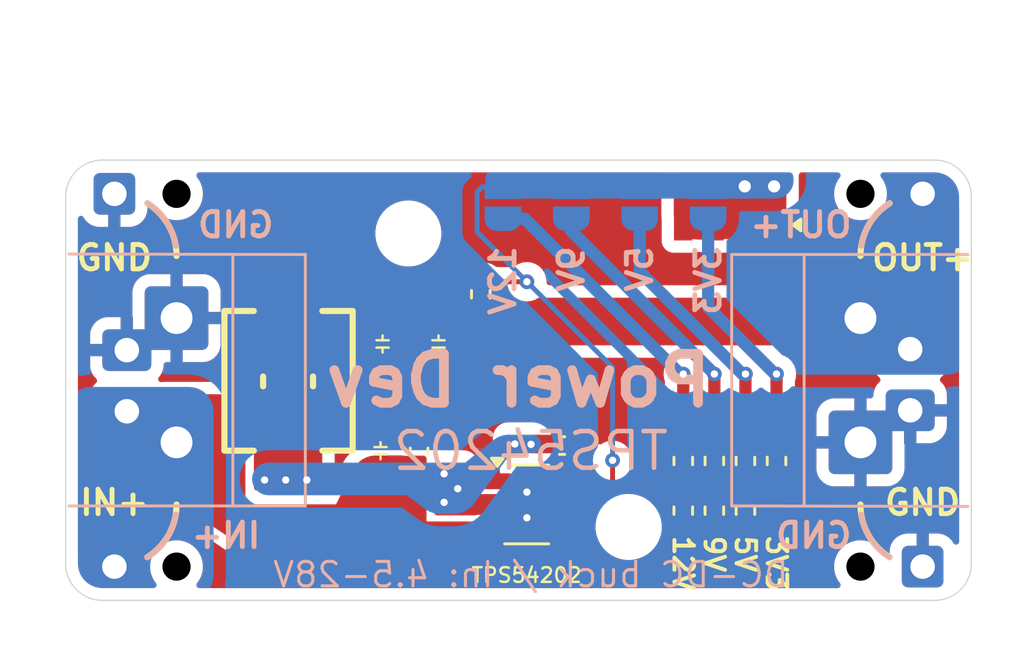
<source format=kicad_pcb>
(kicad_pcb (version 20240108) (generator "pcbnew") (generator_version "8.0")
  (layers (0 "F.Cu" signal) (31 "B.Cu" signal) (34 "B.Paste" user) (35 "F.Paste" user) (36 "B.SilkS" user "B.Silkscreen") (37 "F.SilkS" user "F.Silkscreen") (38 "B.Mask" user) (39 "F.Mask" user) (44 "Edge.Cuts" user))
  (net 0 "")
  (net 1 "GND")
  (net 2 "VIN")
  (net 3 "VOUT")
  (net 5 "SW")
  (net 6 "FB")
  (net 7 "BOOT")
  (net 8 "Net-(R3-Pad2)")
  (net 9 "Net-(R5-Pad2)")
  (net 10 "Net-(R7-Pad2)")
  (net 11 "3V3_SELECT")
  (net 12 "5V_SELECT")
  (net 13 "9V_SELECT")
  (net 14 "12V_SELECT")
  (footprint "custom:C_0805_2012Metric_Pad1.18x1.45mm_HandSolder" (layer "F.Cu") (at 121.9144 141.8815 90)
    (property "Reference" "C1" (hide yes))
    (property "Value" "10u")
    (fp_line (start -0.15 -0.3) (end -0.15 0.2) (stroke (width 0.1)) (layer "F.SilkS"))
    (fp_line (start 0.15 -0.05) (end 0.35 -0.05) (stroke (width 0.1)) (layer "F.SilkS"))
    (fp_line (start -0.15 -0.05) (end -0.35 -0.05) (stroke (width 0.1)) (layer "F.SilkS"))
    (fp_line (start 0.15 0.2) (end 0.15 -0.3) (stroke (width 0.1)) (layer "F.SilkS"))
    (pad "1" smd roundrect (at -1.0375 0 90) (size 1.175 1.45) (layers "F.Cu" "F.Paste" "F.Mask") (roundrect_rratio 0.212766) (net 2 "VIN"))
    (pad "2" smd roundrect (at 1.0375 0 90) (size 1.175 1.45) (layers "F.Cu" "F.Paste" "F.Mask") (roundrect_rratio 0.212766) (net 1 "GND"))
  )
  (footprint "mechanical:JLCPCB-PCBA-Tooling-Hole" (layer "F.Cu") (at 113.53 146.62)
    (property "Reference" "REF**" (hide yes))
    (property "Value" "JLCPCB-PCBA-Tooling-Hole" (hide yes))
    (pad "" np_thru_hole circle (at 0 0) (size 1.3 1.3) (drill 1.152) (layers "*.Mask") (clearance 0.5))
  )
  (footprint "mechanical:JLCPCB-PCBA-Tooling-Hole" (layer "F.Cu") (at 141.47 131.38)
    (property "Reference" "REF**" (hide yes))
    (property "Value" "JLCPCB-PCBA-Tooling-Hole" (hide yes))
    (pad "" np_thru_hole circle (at 0 0) (size 1.3 1.3) (drill 1.152) (layers "*.Mask") (clearance 0.5))
  )
  (footprint "Resistor_SMD:R_0402_1005Metric" (layer "F.Cu") (at 138.041 142.3 -90)
    (property "Reference" "R2" (hide yes))
    (property "Value" "22K")
    (fp_line (start -0.153641 0.38) (end 0.153641 0.38) (stroke (width 0.12)) (layer "F.SilkS"))
    (fp_line (start -0.153641 -0.38) (end 0.153641 -0.38) (stroke (width 0.12)) (layer "F.SilkS"))
    (pad "1" smd roundrect (at -0.51 0 270) (size 0.54 0.64) (layers "F.Cu" "F.Paste" "F.Mask") (net 11 "3V3_SELECT"))
    (pad "2" smd roundrect (at 0.51 0 270) (size 0.54 0.64) (layers "F.Cu" "F.Paste" "F.Mask") (net 1 "GND"))
  )
  (footprint "custom:Inductor_Multi_5.2x5.7_2x2.5" (layer "F.Cu") (at 118.0861 139.019 90)
    (property "Reference" "L1" (hide yes))
    (property "Value" "15u")
    (fp_line (start 2.85 -2.6) (end 2.85 -1.4) (stroke (width 0.25)) (layer "F.SilkS"))
    (fp_line (start -2.85 -2.6) (end 2.85 -2.6) (stroke (width 0.25)) (layer "F.SilkS"))
    (fp_line (start -2.86 -1.4) (end -2.86 -2.6) (stroke (width 0.25)) (layer "F.SilkS"))
    (fp_line (start 0.17 -1.02) (end -0.23 -1.02) (stroke (width 0.25)) (layer "F.SilkS"))
    (fp_line (start -0.23 1.02) (end 0.17 1.02) (stroke (width 0.25)) (layer "F.SilkS"))
    (fp_line (start 2.85 1.4) (end 2.85 2.64) (stroke (width 0.25)) (layer "F.SilkS"))
    (fp_line (start 2.84 2.64) (end -2.86 2.64) (stroke (width 0.25)) (layer "F.SilkS"))
    (fp_line (start -2.86 2.64) (end -2.86 1.4) (stroke (width 0.25)) (layer "F.SilkS"))
    (pad "1" smd roundrect (at -1.825 0) (size 2.2 2.75) (layers "F.Cu" "F.Paste" "F.Mask") (roundrect_rratio 0.1136363636) (net 5 "SW"))
    (pad "2" smd roundrect (at 1.8 0) (size 2.2 2.8) (layers "F.Cu" "F.Paste" "F.Mask") (roundrect_rratio 0.1136363636) (net 3 "VOUT"))
  )
  (footprint "Resistor_SMD:R_0402_1005Metric" (layer "F.Cu") (at 135.501 144.332 -90)
    (property "Reference" "R6" (hide yes))
    (property "Value" "220R")
    (fp_line (start -0.153641 0.38) (end 0.153641 0.38) (stroke (width 0.12)) (layer "F.SilkS"))
    (fp_line (start -0.153641 -0.38) (end 0.153641 -0.38) (stroke (width 0.12)) (layer "F.SilkS"))
    (pad "1" smd roundrect (at -0.51 0 270) (size 0.54 0.64) (layers "F.Cu" "F.Paste" "F.Mask") (net 9 "Net-(R5-Pad2)"))
    (pad "2" smd roundrect (at 0.51 0 270) (size 0.54 0.64) (layers "F.Cu" "F.Paste" "F.Mask") (net 1 "GND"))
  )
  (footprint "Resistor_SMD:R_0402_1005Metric" (layer "F.Cu") (at 136.771 144.332 -90)
    (property "Reference" "R4" (hide yes))
    (property "Value" "1K2")
    (fp_line (start -0.153641 0.38) (end 0.153641 0.38) (stroke (width 0.12)) (layer "F.SilkS"))
    (fp_line (start -0.153641 -0.38) (end 0.153641 -0.38) (stroke (width 0.12)) (layer "F.SilkS"))
    (pad "1" smd roundrect (at -0.51 0 270) (size 0.54 0.64) (layers "F.Cu" "F.Paste" "F.Mask") (net 8 "Net-(R3-Pad2)"))
    (pad "2" smd roundrect (at 0.51 0 270) (size 0.54 0.64) (layers "F.Cu" "F.Paste" "F.Mask") (net 1 "GND"))
  )
  (footprint "custom:C_0805_2012Metric_Pad1.18x1.45mm_HandSolder" (layer "F.Cu") (at 124.1821 137.516 -90)
    (property "Reference" "C5" (hide yes))
    (property "Value" "22u")
    (fp_line (start 0.15 0.2) (end 0.15 -0.3) (stroke (width 0.1)) (layer "F.SilkS"))
    (fp_line (start -0.15 -0.05) (end -0.35 -0.05) (stroke (width 0.1)) (layer "F.SilkS"))
    (fp_line (start 0.15 -0.05) (end 0.35 -0.05) (stroke (width 0.1)) (layer "F.SilkS"))
    (fp_line (start -0.15 -0.3) (end -0.15 0.2) (stroke (width 0.1)) (layer "F.SilkS"))
    (pad "1" smd roundrect (at -1.0375 0 270) (size 1.175 1.45) (layers "F.Cu" "F.Paste" "F.Mask") (roundrect_rratio 0.212766) (net 3 "VOUT"))
    (pad "2" smd roundrect (at 1.0375 0 270) (size 1.175 1.45) (layers "F.Cu" "F.Paste" "F.Mask") (roundrect_rratio 0.212766) (net 1 "GND"))
  )
  (footprint "custom:C_0805_2012Metric_Pad1.18x1.45mm_HandSolder" (layer "F.Cu") (at 121.8961 137.516 -90)
    (property "Reference" "C4" (hide yes))
    (property "Value" "22u")
    (fp_line (start 0.15 0.2) (end 0.15 -0.3) (stroke (width 0.1)) (layer "F.SilkS"))
    (fp_line (start -0.15 -0.05) (end -0.35 -0.05) (stroke (width 0.1)) (layer "F.SilkS"))
    (fp_line (start 0.15 -0.05) (end 0.35 -0.05) (stroke (width 0.1)) (layer "F.SilkS"))
    (fp_line (start -0.15 -0.3) (end -0.15 0.2) (stroke (width 0.1)) (layer "F.SilkS"))
    (pad "1" smd roundrect (at -1.0375 0 270) (size 1.175 1.45) (layers "F.Cu" "F.Paste" "F.Mask") (roundrect_rratio 0.212766) (net 3 "VOUT"))
    (pad "2" smd roundrect (at 1.0375 0 270) (size 1.175 1.45) (layers "F.Cu" "F.Paste" "F.Mask") (roundrect_rratio 0.212766) (net 1 "GND"))
  )
  (footprint "Resistor_SMD:R_0402_1005Metric" (layer "F.Cu") (at 125.9601 135.48432 90)
    (property "Reference" "R1" (hide yes))
    (property "Value" "100K")
    (fp_line (start -0.153641 -0.38) (end 0.153641 -0.38) (stroke (width 0.12)) (layer "F.SilkS"))
    (fp_line (start -0.153641 0.38) (end 0.153641 0.38) (stroke (width 0.12)) (layer "F.SilkS"))
    (pad "1" smd roundrect (at -0.51 0 90) (size 0.54 0.64) (layers "F.Cu" "F.Paste" "F.Mask") (net 3 "VOUT"))
    (pad "2" smd roundrect (at 0.51 0 90) (size 0.54 0.64) (layers "F.Cu" "F.Paste" "F.Mask") (net 6 "FB"))
  )
  (footprint "Resistor_SMD:R_0402_1005Metric" (layer "F.Cu") (at 135.501 142.3 -90)
    (property "Reference" "R5" (hide yes))
    (property "Value" "6.8K")
    (fp_line (start -0.153641 0.38) (end 0.153641 0.38) (stroke (width 0.12)) (layer "F.SilkS"))
    (fp_line (start -0.153641 -0.38) (end 0.153641 -0.38) (stroke (width 0.12)) (layer "F.SilkS"))
    (pad "1" smd roundrect (at -0.51 0 270) (size 0.54 0.64) (layers "F.Cu" "F.Paste" "F.Mask") (net 13 "9V_SELECT"))
    (pad "2" smd roundrect (at 0.51 0 270) (size 0.54 0.64) (layers "F.Cu" "F.Paste" "F.Mask") (net 9 "Net-(R5-Pad2)"))
  )
  (footprint "custom:SW_DIP_SPSTx04_Slide_P1.27mm_simple" (layer "F.Cu") (at 136.136 136.46 -90)
    (property "Reference" "SW1" (hide yes))
    (property "Value" "SW_DIP_x04")
    (fp_poly (pts (xy -3.81 -2.57) (xy -4.05 -2.9) (xy -3.57 -2.9) (xy -3.81 -2.57)) (stroke (width 0.12)) (fill solid) (layer "F.SilkS"))
    (pad "1" smd rect (at -3.81 -1.905 270) (size 1.27 0.76) (layers "F.Cu" "F.Paste" "F.Mask") (net 6 "FB"))
    (pad "2" smd rect (at -3.81 -0.635 270) (size 1.27 0.76) (layers "F.Cu" "F.Paste" "F.Mask") (net 6 "FB"))
    (pad "3" smd rect (at -3.81 0.635 270) (size 1.27 0.76) (layers "F.Cu" "F.Paste" "F.Mask") (net 6 "FB"))
    (pad "4" smd rect (at -3.81 1.905 270) (size 1.27 0.76) (layers "F.Cu" "F.Paste" "F.Mask") (net 6 "FB"))
    (pad "5" smd rect (at 3.81 1.905 270) (size 1.27 0.76) (layers "F.Cu" "F.Paste" "F.Mask") (net 14 "12V_SELECT"))
    (pad "6" smd rect (at 3.81 0.635 270) (size 1.27 0.76) (layers "F.Cu" "F.Paste" "F.Mask") (net 13 "9V_SELECT"))
    (pad "7" smd rect (at 3.81 -0.635 270) (size 1.27 0.76) (layers "F.Cu" "F.Paste" "F.Mask") (net 12 "5V_SELECT"))
    (pad "8" smd rect (at 3.81 -1.905 270) (size 1.27 0.76) (layers "F.Cu" "F.Paste" "F.Mask") (net 11 "3V3_SELECT"))
  )
  (footprint "Package_TO_SOT_SMD:SOT-23-6_Handsoldering" (layer "F.Cu") (at 127.834 144.08)
    (property "Reference" "U1" (hide yes))
    (property "Value" "TPS54202DDCR")
    (fp_line (start -0.9 1.61) (end 0.9 1.61) (stroke (width 0.12)) (layer "F.SilkS"))
    (fp_line (start 0.1 -1.61) (end -0.7 -1.61) (stroke (width 0.12)) (layer "F.SilkS"))
    (fp_line (start 0.1 -1.61) (end 0.9 -1.61) (stroke (width 0.12)) (layer "F.SilkS"))
    (fp_poly (pts (xy -1.2 -1.56) (xy -1.44 -1.89) (xy -0.96 -1.89) (xy -1.2 -1.56)) (stroke (width 0.12)) (fill solid) (layer "F.SilkS"))
    (pad "1" smd roundrect (at -1.35 -0.95) (size 1.56 0.65) (layers "F.Cu" "F.Paste" "F.Mask") (net 1 "GND"))
    (pad "2" smd roundrect (at -1.35 0) (size 1.56 0.65) (layers "F.Cu" "F.Paste" "F.Mask") (net 5 "SW"))
    (pad "3" smd roundrect (at -1.35 0.95) (size 1.56 0.65) (layers "F.Cu" "F.Paste" "F.Mask") (net 2 "VIN"))
    (pad "4" smd roundrect (at 1.35 0.95) (size 1.56 0.65) (layers "F.Cu" "F.Paste" "F.Mask") (net 6 "FB"))
    (pad "5" smd roundrect (at 1.35 0) (size 1.56 0.65) (layers "F.Cu" "F.Paste" "F.Mask"))
    (pad "6" smd roundrect (at 1.35 -0.95) (size 1.56 0.65) (layers "F.Cu" "F.Paste" "F.Mask") (net 7 "BOOT"))
  )
  (footprint "Resistor_SMD:R_0402_1005Metric" (layer "F.Cu") (at 134.231 144.332 -90)
    (property "Reference" "R8" (hide yes))
    (property "Value" "120R")
    (fp_line (start -0.153641 0.38) (end 0.153641 0.38) (stroke (width 0.12)) (layer "F.SilkS"))
    (fp_line (start -0.153641 -0.38) (end 0.153641 -0.38) (stroke (width 0.12)) (layer "F.SilkS"))
    (pad "1" smd roundrect (at -0.51 0 270) (size 0.54 0.64) (layers "F.Cu" "F.Paste" "F.Mask") (net 10 "Net-(R7-Pad2)"))
    (pad "2" smd roundrect (at 0.51 0 270) (size 0.54 0.64) (layers "F.Cu" "F.Paste" "F.Mask") (net 1 "GND"))
  )
  (footprint "Capacitor_SMD:C_0402_1005Metric" (layer "F.Cu") (at 129.2804 141.672 180)
    (property "Reference" "C3" (hide yes))
    (property "Value" "0u1")
    (fp_line (start -0.107836 0.36) (end 0.107836 0.36) (stroke (width 0.12)) (layer "F.SilkS"))
    (fp_line (start -0.107836 -0.36) (end 0.107836 -0.36) (stroke (width 0.12)) (layer "F.SilkS"))
    (pad "1" smd roundrect (at -0.48 0 180) (size 0.56 0.62) (layers "F.Cu" "F.Paste" "F.Mask") (net 7 "BOOT"))
    (pad "2" smd roundrect (at 0.48 0 180) (size 0.56 0.62) (layers "F.Cu" "F.Paste" "F.Mask") (net 5 "SW"))
  )
  (footprint "mechanical:JLCPCB-PCBA-Tooling-Hole" (layer "F.Cu") (at 141.47 146.62)
    (property "Reference" "REF**" (hide yes))
    (property "Value" "JLCPCB-PCBA-Tooling-Hole" (hide yes))
    (pad "" np_thru_hole circle (at 0 0) (size 1.3 1.3) (drill 1.152) (layers "*.Mask") (clearance 0.5))
  )
  (footprint "Capacitor_SMD:C_0402_1005Metric" (layer "F.Cu") (at 123.4384 141.8815 90)
    (property "Reference" "C2" (hide yes))
    (property "Value" "0u1")
    (fp_line (start -0.107836 -0.36) (end 0.107836 -0.36) (stroke (width 0.12)) (layer "F.SilkS"))
    (fp_line (start -0.107836 0.36) (end 0.107836 0.36) (stroke (width 0.12)) (layer "F.SilkS"))
    (pad "1" smd roundrect (at -0.48 0 90) (size 0.56 0.62) (layers "F.Cu" "F.Paste" "F.Mask") (net 2 "VIN"))
    (pad "2" smd roundrect (at 0.48 0 90) (size 0.56 0.62) (layers "F.Cu" "F.Paste" "F.Mask") (net 1 "GND"))
  )
  (footprint "mechanical:JLCPCB-PCBA-Tooling-Hole" (layer "F.Cu") (at 113.53 131.38)
    (property "Reference" "REF**" (hide yes))
    (property "Value" "JLCPCB-PCBA-Tooling-Hole" (hide yes))
    (pad "" np_thru_hole circle (at 0 0) (size 1.3 1.3) (drill 1.152) (layers "*.Mask") (clearance 0.5))
  )
  (footprint "Resistor_SMD:R_0402_1005Metric" (layer "F.Cu") (at 136.771 142.3 -90)
    (property "Reference" "R3" (hide yes))
    (property "Value" "12K")
    (fp_line (start -0.153641 0.38) (end 0.153641 0.38) (stroke (width 0.12)) (layer "F.SilkS"))
    (fp_line (start -0.153641 -0.38) (end 0.153641 -0.38) (stroke (width 0.12)) (layer "F.SilkS"))
    (pad "1" smd roundrect (at -0.51 0 270) (size 0.54 0.64) (layers "F.Cu" "F.Paste" "F.Mask") (net 12 "5V_SELECT"))
    (pad "2" smd roundrect (at 0.51 0 270) (size 0.54 0.64) (layers "F.Cu" "F.Paste" "F.Mask") (net 8 "Net-(R3-Pad2)"))
  )
  (footprint "Resistor_SMD:R_0402_1005Metric" (layer "F.Cu") (at 134.231 142.3 -90)
    (property "Reference" "R7" (hide yes))
    (property "Value" "5.1K")
    (fp_line (start -0.153641 0.38) (end 0.153641 0.38) (stroke (width 0.12)) (layer "F.SilkS"))
    (fp_line (start -0.153641 -0.38) (end 0.153641 -0.38) (stroke (width 0.12)) (layer "F.SilkS"))
    (pad "1" smd roundrect (at -0.51 0 270) (size 0.54 0.64) (layers "F.Cu" "F.Paste" "F.Mask") (net 14 "12V_SELECT"))
    (pad "2" smd roundrect (at 0.51 0 270) (size 0.54 0.64) (layers "F.Cu" "F.Paste" "F.Mask") (net 10 "Net-(R7-Pad2)"))
  )
  (footprint "MountingHole:MountingHole_2.2mm_M2" (layer "B.Cu") (at 132 145 180)
    (property "Reference" "REF**" (hide yes))
    (property "Value" "MountingHole_2.2mm_M2" (hide yes))
    (pad "" np_thru_hole circle (at 0 0 180) (size 2.2 2.2) (drill 2.2) (layers "*.Cu" "*.Mask"))
  )
  (footprint "custom:PinHeader_1x01_P2.54mm_simple_square" (layer "B.Cu") (at 144.01 146.62 180)
    (property "Reference" "J2" (hide yes))
    (property "Value" "Conn_01x03")
    (pad "1" thru_hole roundrect (at 0 0 180) (size 1.7 1.7) (drill 1) (layers "*.Cu" "*.Mask") (roundrect_rratio 0.1470588235) (net 1 "GND"))
  )
  (footprint "custom:SolderJumper-2_P1.3mm_Open_RoundedPad1.0x1.5mm_simple" (layer "B.Cu") (at 129.659 131.746 90)
    (property "Reference" "JP3" (hide yes))
    (property "Value" "SolderJumper_2_Open")
    (pad "1" smd custom (at -0.65 0 90) (size 1 0.5) (layers "B.Cu" "B.Mask") (net 13 "9V_SELECT") (options (clearance outline) (anchor rect)) (primitives (gr_circle (center 0 -0.25) (end 0.5 -0.25) (width 0) (fill yes)) (gr_circle (center 0 0.25) (end 0.5 0.25) (width 0) (fill yes)) (gr_poly (pts (xy 0.5 -0.75) (xy 0 -0.75) (xy 0 0.75) (xy 0.5 0.75)) (width 0) (fill yes))))
    (pad "2" smd custom (at 0.65 0 90) (size 1 0.5) (layers "B.Cu" "B.Mask") (net 6 "FB") (options (clearance outline) (anchor rect)) (primitives (gr_circle (center 0 -0.25) (end 0.5 -0.25) (width 0) (fill yes)) (gr_circle (center 0 0.25) (end 0.5 0.25) (width 0) (fill yes)) (gr_poly (pts (xy 0 -0.75) (xy -0.5 -0.75) (xy -0.5 0.75) (xy 0 0.75)) (width 0) (fill yes))))
  )
  (footprint "custom:TerminalBlock_or_JST_2.54_1x02" (layer "B.Cu") (at 141.47 136.46 -90)
    (property "Reference" "J6" (hide yes))
    (property "Value" "Screw_Terminal_01x02")
    (fp_line (start 7.68 5.261) (end -2.6 5.261) (stroke (width 0.12)) (layer "B.SilkS"))
    (fp_line (start 7.68 2.301) (end -2.6 2.301) (stroke (width 0.12)) (layer "B.SilkS"))
    (fp_line (start -2.6 -4.4) (end -2.6 5.261) (stroke (width 0.12)) (layer "B.SilkS"))
    (fp_line (start 7.7 -4.4) (end 7.68 5.261) (stroke (width 0.12)) (layer "B.SilkS"))
    (pad "1" thru_hole roundrect (at 0 0 270) (size 2.6 2.6) (drill 1.3) (layers "*.Cu" "*.Mask") (roundrect_rratio 0.09615384615) (net 3 "VOUT"))
    (pad "1" thru_hole roundrect (at 1.27 -2.032 90) (size 1.7 2) (drill 1) (layers "*.Cu" "*.Mask") (roundrect_rratio 0.147059) (net 3 "VOUT"))
    (pad "2" thru_hole roundrect (at 3.77 -2.032 90) (size 1.7 2) (drill 1) (layers "*.Cu" "*.Mask") (roundrect_rratio 0.1470588235) (net 1 "GND"))
    (pad "2" thru_hole roundrect (at 5.08 0 270) (size 2.6 2.6) (drill 1.3) (layers "*.Cu" "*.Mask") (roundrect_rratio 0.09615384615) (net 1 "GND"))
  )
  (footprint "MountingHole:MountingHole_2.2mm_M2" (layer "B.Cu") (at 123 133 180)
    (property "Reference" "REF**" (hide yes))
    (property "Value" "MountingHole_2.2mm_M2" (hide yes))
    (pad "" np_thru_hole circle (at 0 0 180) (size 2.2 2.2) (drill 2.2) (layers "*.Cu" "*.Mask"))
  )
  (footprint "custom:SolderJumper-2_P1.3mm_Open_RoundedPad1.0x1.5mm_simple" (layer "B.Cu") (at 135.247 131.746 90)
    (property "Reference" "JP1" (hide yes))
    (property "Value" "SolderJumper_2_Open")
    (pad "1" smd custom (at -0.65 0 90) (size 1 0.5) (layers "B.Cu" "B.Mask") (net 11 "3V3_SELECT") (options (clearance outline) (anchor rect)) (primitives (gr_circle (center 0 -0.25) (end 0.5 -0.25) (width 0) (fill yes)) (gr_circle (center 0 0.25) (end 0.5 0.25) (width 0) (fill yes)) (gr_poly (pts (xy 0.5 -0.75) (xy 0 -0.75) (xy 0 0.75) (xy 0.5 0.75)) (width 0) (fill yes))))
    (pad "2" smd custom (at 0.65 0 90) (size 1 0.5) (layers "B.Cu" "B.Mask") (net 6 "FB") (options (clearance outline) (anchor rect)) (primitives (gr_circle (center 0 -0.25) (end 0.5 -0.25) (width 0) (fill yes)) (gr_circle (center 0 0.25) (end 0.5 0.25) (width 0) (fill yes)) (gr_poly (pts (xy 0 -0.75) (xy -0.5 -0.75) (xy -0.5 0.75) (xy 0 0.75)) (width 0) (fill yes))))
  )
  (footprint "custom:PinHeader_1x01_P2.54mm_simple" (layer "B.Cu") (at 144.01 131.38 180)
    (property "Reference" "J3" (hide yes))
    (property "Value" "Conn_01x03")
    (pad "1" thru_hole oval (at 0 0 180) (size 1.7 1.7) (drill 1) (layers "*.Cu" "*.Mask") (net 3 "VOUT"))
  )
  (footprint "custom:TerminalBlock_or_JST_2.54_1x02" (layer "B.Cu") (at 113.53 141.54 90)
    (property "Reference" "J5" (hide yes))
    (property "Value" "Screw_Terminal_01x02")
    (fp_line (start 7.7 -4.4) (end 7.68 5.261) (stroke (width 0.12)) (layer "B.SilkS"))
    (fp_line (start -2.6 -4.4) (end -2.6 5.261) (stroke (width 0.12)) (layer "B.SilkS"))
    (fp_line (start 7.68 2.301) (end -2.6 2.301) (stroke (width 0.12)) (layer "B.SilkS"))
    (fp_line (start 7.68 5.261) (end -2.6 5.261) (stroke (width 0.12)) (layer "B.SilkS"))
    (pad "1" thru_hole roundrect (at 0 0 90) (size 2.6 2.6) (drill 1.3) (layers "*.Cu" "*.Mask") (roundrect_rratio 0.09615384615) (net 2 "VIN"))
    (pad "1" thru_hole roundrect (at 1.27 -2.032 270) (size 1.7 2) (drill 1) (layers "*.Cu" "*.Mask") (roundrect_rratio 0.147059) (net 2 "VIN"))
    (pad "2" thru_hole roundrect (at 3.77 -2.032 270) (size 1.7 2) (drill 1) (layers "*.Cu" "*.Mask") (roundrect_rratio 0.1470588235) (net 1 "GND"))
    (pad "2" thru_hole roundrect (at 5.08 0 90) (size 2.6 2.6) (drill 1.3) (layers "*.Cu" "*.Mask") (roundrect_rratio 0.09615384615) (net 1 "GND"))
  )
  (footprint "custom:PinHeader_1x01_P2.54mm_simple" (layer "B.Cu") (at 110.99 146.62 180)
    (property "Reference" "J1" (hide yes))
    (property "Value" "Conn_01x03")
    (pad "1" thru_hole oval (at 0 0 180) (size 1.7 1.7) (drill 1) (layers "*.Cu" "*.Mask") (net 2 "VIN"))
  )
  (footprint "custom:PinHeader_1x01_P2.54mm_simple_square" (layer "B.Cu") (at 110.99 131.38 180)
    (property "Reference" "J4" (hide yes))
    (property "Value" "Conn_01x03")
    (pad "1" thru_hole roundrect (at 0 0 180) (size 1.7 1.7) (drill 1) (layers "*.Cu" "*.Mask") (roundrect_rratio 0.1470588235) (net 1 "GND"))
  )
  (footprint "custom:SolderJumper-2_P1.3mm_Open_RoundedPad1.0x1.5mm_simple" (layer "B.Cu") (at 126.865 131.746 90)
    (property "Reference" "JP4" (hide yes))
    (property "Value" "SolderJumper_2_Open")
    (pad "1" smd custom (at -0.65 0 90) (size 1 0.5) (layers "B.Cu" "B.Mask") (net 14 "12V_SELECT") (options (clearance outline) (anchor rect)) (primitives (gr_circle (center 0 -0.25) (end 0.5 -0.25) (width 0) (fill yes)) (gr_circle (center 0 0.25) (end 0.5 0.25) (width 0) (fill yes)) (gr_poly (pts (xy 0.5 -0.75) (xy 0 -0.75) (xy 0 0.75) (xy 0.5 0.75)) (width 0) (fill yes))))
    (pad "2" smd custom (at 0.65 0 90) (size 1 0.5) (layers "B.Cu" "B.Mask") (net 6 "FB") (options (clearance outline) (anchor rect)) (primitives (gr_circle (center 0 -0.25) (end 0.5 -0.25) (width 0) (fill yes)) (gr_circle (center 0 0.25) (end 0.5 0.25) (width 0) (fill yes)) (gr_poly (pts (xy 0 -0.75) (xy -0.5 -0.75) (xy -0.5 0.75) (xy 0 0.75)) (width 0) (fill yes))))
  )
  (footprint "custom:SolderJumper-2_P1.3mm_Open_RoundedPad1.0x1.5mm_simple" (layer "B.Cu") (at 132.453 131.746 90)
    (property "Reference" "JP2" (hide yes))
    (property "Value" "SolderJumper_2_Open")
    (pad "1" smd custom (at -0.65 0 90) (size 1 0.5) (layers "B.Cu" "B.Mask") (net 12 "5V_SELECT") (options (clearance outline) (anchor rect)) (primitives (gr_circle (center 0 -0.25) (end 0.5 -0.25) (width 0) (fill yes)) (gr_circle (center 0 0.25) (end 0.5 0.25) (width 0) (fill yes)) (gr_poly (pts (xy 0.5 -0.75) (xy 0 -0.75) (xy 0 0.75) (xy 0.5 0.75)) (width 0) (fill yes))))
    (pad "2" smd custom (at 0.65 0 90) (size 1 0.5) (layers "B.Cu" "B.Mask") (net 6 "FB") (options (clearance outline) (anchor rect)) (primitives (gr_circle (center 0 -0.25) (end 0.5 -0.25) (width 0) (fill yes)) (gr_circle (center 0 0.25) (end 0.5 0.25) (width 0) (fill yes)) (gr_poly (pts (xy 0 -0.75) (xy -0.5 -0.75) (xy -0.5 0.75) (xy 0 0.75)) (width 0) (fill yes))))
  )
  (gr_arc (start 113.499999 144.5) (mid 113.106078 145.493757) (end 112.338793 146.238068) (stroke (width 0.25)) (layer "B.SilkS"))
  (gr_arc (start 112.338793 131.761932) (mid 113.106079 132.506243) (end 113.499999 133.5) (stroke (width 0.25)) (layer "B.SilkS"))
  (gr_arc (start 142.661209 146.238067) (mid 141.893922 145.493757) (end 141.500001 144.5) (stroke (width 0.25)) (layer "B.SilkS"))
  (gr_arc (start 141.500001 133.5) (mid 141.893922 132.506243) (end 142.661208 131.761932) (stroke (width 0.25)) (layer "B.SilkS"))
  (gr_arc (start 142.663803 146.233916) (mid 141.788408 145.311312) (end 141.47 144.08) (stroke (width 0.25)) (layer "F.SilkS"))
  (gr_arc (start 113.53 144.08) (mid 113.211592 145.311312) (end 112.336197 146.233916) (stroke (width 0.25)) (layer "F.SilkS"))
  (gr_arc (start 141.47 133.92) (mid 141.788408 132.688687) (end 142.663803 131.766084) (stroke (width 0.25)) (layer "F.SilkS"))
  (gr_arc (start 112.336197 131.766084) (mid 113.211592 132.688688) (end 113.53 133.92) (stroke (width 0.25)) (layer "F.SilkS"))
  (gr_poly (pts (arc (start 110.5 130) (mid 109.43934 130.43934) (end 109 131.5)) (arc (start 109 146.5) (mid 109.43934 147.56066) (end 110.5 148)) (arc (start 144.5 148) (mid 145.56066 147.56066) (end 146 146.5)) (arc (start 146 131.5) (mid 145.56066 130.43934) (end 144.5 130))) (stroke (width 0.05)) (fill none) (layer "Edge.Cuts"))
  (gr_text "12V" (at 126.865 133.412 90) (layer "B.SilkS") (effects (font (size 1 1) (thickness 0.2) (bold yes)) (justify left mirror)))
  (gr_text "9V" (at 129.659 133.412 90) (layer "B.SilkS") (effects (font (size 1 1) (thickness 0.2) (bold yes)) (justify left mirror)))
  (gr_text "GND" (at 114.292 132.65 0) (layer "B.SilkS") (effects (font (size 1 1) (thickness 0.2) (bold yes)) (justify right mirror)))
  (gr_text "Power Dev" (at 127.5 139.016 0) (layer "B.SilkS") (effects (font (size 2 2) (thickness 0.4) (bold yes)) (justify mirror)))
  (gr_text "IN+" (at 114.038 145.35 0) (layer "B.SilkS") (effects (font (size 1 1) (thickness 0.2) (bold yes)) (justify right mirror)))
  (gr_text "GND" (at 141.216 145.35 0) (layer "B.SilkS") (effects (font (size 1 1) (thickness 0.2) (bold yes)) (justify left mirror)))
  (gr_text "5V" (at 132.453 133.412 90) (layer "B.SilkS") (effects (font (size 1 1) (thickness 0.2) (bold yes)) (justify left mirror)))
  (gr_text "3V3" (at 135.247 133.412 90) (layer "B.SilkS") (effects (font (size 1 1) (thickness 0.2) (bold yes)) (justify left mirror)))
  (gr_text "DC-DC buck / In: 4.5-28V" (at 128 146.366 0) (layer "B.SilkS") (effects (font (size 1 1) (thickness 0.125)) (justify top mirror)))
  (gr_text "TPS54202" (at 128 141.016 0) (layer "B.SilkS") (effects (font (size 1.5 1.5) (thickness 0.1875)) (justify top mirror)))
  (gr_text "OUT+" (at 141.216 132.65 0) (layer "B.SilkS") (effects (font (size 1 1) (thickness 0.2) (bold yes)) (justify left mirror)))
  (gr_text "TPS54202" (at 127.834 146.62 0) (layer "F.SilkS") (effects (font (size 0.6 0.6) (thickness 0.1)) (justify top)))
  (gr_text "12V" (at 134.231 145.27432 270) (layer "F.SilkS") (effects (font (size 0.8 0.8) (thickness 0.16) (bold yes)) (justify left)))
  (gr_text "GND" (at 110.99 133.412 0) (layer "F.SilkS") (effects (font (size 1 1) (thickness 0.2) (bold yes)) (justify top)))
  (gr_text "IN+" (at 110.99 144.588 0) (layer "F.SilkS") (effects (font (size 1 1) (thickness 0.2) (bold yes)) (justify bottom)))
  (gr_text "9V" (at 135.501 145.27432 270) (layer "F.SilkS") (effects (font (size 0.8 0.8) (thickness 0.16) (bold yes)) (justify left)))
  (gr_text "GND" (at 144.01 144.588 0) (layer "F.SilkS") (effects (font (size 1 1) (thickness 0.2) (bold yes)) (justify bottom)))
  (gr_text "OUT+" (at 144.01 133.412 0) (layer "F.SilkS") (effects (font (size 1 1) (thickness 0.2) (bold yes)) (justify top)))
  (gr_text "5V" (at 136.771 145.27432 270) (layer "F.SilkS") (effects (font (size 0.8 0.8) (thickness 0.16) (bold yes)) (justify left)))
  (gr_text "3V3" (at 138.041 145.27432 270) (layer "F.SilkS") (effects (font (size 0.8 0.8) (thickness 0.16) (bold yes)) (justify left)))
  (segment (start 127.843179 146.361179) (end 127.914 146.432) (width 0.2) (layer "F.Cu") (net 1))
  (segment (start 127.598859 143.13) (end 127.843179 143.37432) (width 0.2) (layer "F.Cu") (net 1))
  (segment (start 127.843179 143.57432) (end 127.843179 144.62432) (width 0.2) (layer "F.Cu") (net 1))
  (segment (start 127.843179 144.62432) (end 127.843179 146.361179) (width 0.2) (layer "F.Cu") (net 1))
  (segment (start 126.484 143.13) (end 127.598859 143.13) (width 0.2) (layer "F.Cu") (net 1))
  (segment (start 127.843179 143.37432) (end 127.843179 143.57432) (width 0.2) (layer "F.Cu") (net 1))
  (via (at 127.843179 144.62432) (size 0.6) (drill 0.3) (layers "F.Cu" "B.Cu") (net 1))
  (via (at 127.843179 143.57432) (size 0.6) (drill 0.3) (layers "F.Cu" "B.Cu") (net 1))
  (via (at 124.4596 142.8252) (size 0.6) (drill 0.3) (layers "F.Cu" "B.Cu") (net 5))
  (via (at 127.35 141.606) (size 0.6) (drill 0.3) (layers "F.Cu" "B.Cu") (net 5))
  (via (at 118.8533 143.0792) (size 0.6) (drill 0.3) (layers "F.Cu" "B.Cu") (net 5))
  (via (at 125.0184 143.4348) (size 0.6) (drill 0.3) (layers "F.Cu" "B.Cu") (net 5))
  (via (at 128.0104 141.6212) (size 0.6) (drill 0.3) (layers "F.Cu" "B.Cu") (net 5))
  (via (at 117.9897 143.0792) (size 0.6) (drill 0.3) (layers "F.Cu" "B.Cu") (net 5))
  (via (at 124.4596 143.9936) (size 0.6) (drill 0.3) (layers "F.Cu" "B.Cu") (net 5))
  (via (at 117.1261 143.0792) (size 0.6) (drill 0.3) (layers "F.Cu" "B.Cu") (net 5))
  (segment (start 125.9601 134.97432) (end 127.843179 134.97432) (width 0.2) (layer "F.Cu") (net 6))
  (segment (start 131.343179 143.359397) (end 131.343179 142.27432) (width 0.2) (layer "F.Cu") (net 6))
  (segment (start 129.672576 145.03) (end 131.343179 143.359397) (width 0.2) (layer "F.Cu") (net 6))
  (segment (start 129.184 145.03) (end 129.672576 145.03) (width 0.2) (layer "F.Cu") (net 6))
  (via (at 131.343179 142.27432) (size 0.6) (drill 0.3) (layers "F.Cu" "B.Cu") (net 6))
  (via (at 136.743179 131.07432) (size 1) (drill 0.5) (layers "F.Cu" "B.Cu") (net 6))
  (via (at 137.943179 131.07432) (size 1) (drill 0.5) (layers "F.Cu" "B.Cu") (net 6))
  (via (at 127.843179 134.97432) (size 0.6) (drill 0.3) (layers "F.Cu" "B.Cu") (net 6))
  (segment (start 131.343179 138.47432) (end 131.343179 142.27432) (width 0.2) (layer "B.Cu") (net 6))
  (segment (start 126.021499 131.096) (end 126.865 131.096) (width 0.2) (layer "B.Cu") (net 6))
  (segment (start 127.393179 134.52432) (end 127.843179 134.97432) (width 0.2) (layer "B.Cu") (net 6))
  (segment (start 125.81 132.941141) (end 125.81 131.307499) (width 0.2) (layer "B.Cu") (net 6))
  (segment (start 127.843179 134.97432) (end 131.343179 138.47432) (width 0.2) (layer "B.Cu") (net 6))
  (segment (start 127.393179 134.52432) (end 125.81 132.941141) (width 0.2) (layer "B.Cu") (net 6))
  (segment (start 125.81 131.307499) (end 126.021499 131.096) (width 0.2) (layer "B.Cu") (net 6))
  (segment (start 136.771 142.81) (end 136.771 143.822) (width 0.5) (layer "F.Cu") (net 8))
  (segment (start 135.501 142.81) (end 135.501 143.822) (width 0.5) (layer "F.Cu") (net 9))
  (segment (start 134.231 142.81) (end 134.231 143.822) (width 0.5) (layer "F.Cu") (net 10))
  (segment (start 138.041 140.27) (end 138.041 138.746) (width 0.5) (layer "F.Cu") (net 11))
  (segment (start 138.041 141.79) (end 138.041 140.27) (width 0.5) (layer "F.Cu") (net 11))
  (via (at 138.041 138.746) (size 0.6) (drill 0.3) (layers "F.Cu" "B.Cu") (net 11))
  (segment (start 137.9775 138.746) (end 135.247 136.0155) (width 0.5) (layer "B.Cu") (net 11))
  (segment (start 138.041 138.746) (end 137.9775 138.746) (width 0.5) (layer "B.Cu") (net 11))
  (segment (start 135.247 136.0155) (end 135.247 132.396) (width 0.5) (layer "B.Cu") (net 11))
  (segment (start 136.771 140.27) (end 136.771 138.746) (width 0.5) (layer "F.Cu") (net 12))
  (segment (start 136.771 141.79) (end 136.771 140.27) (width 0.5) (layer "F.Cu") (net 12))
  (via (at 136.771 138.746) (size 0.6) (drill 0.3) (layers "F.Cu" "B.Cu") (net 12))
  (segment (start 136.644 138.746) (end 132.453 134.555) (width 0.5) (layer "B.Cu") (net 12))
  (segment (start 132.453 134.555) (end 132.453 132.396) (width 0.5) (layer "B.Cu") (net 12))
  (segment (start 136.771 138.746) (end 136.644 138.746) (width 0.5) (layer "B.Cu") (net 12))
  (segment (start 135.501 141.79) (end 135.501 140.27) (width 0.5) (layer "F.Cu") (net 13))
  (segment (start 135.501 140.27) (end 135.501 138.746) (width 0.5) (layer "F.Cu") (net 13))
  (via (at 135.501 138.746) (size 0.6) (drill 0.3) (layers "F.Cu" "B.Cu") (net 13))
  (segment (start 135.501 138.746) (end 129.659 132.904) (width 0.5) (layer "B.Cu") (net 13))
  (segment (start 129.659 132.904) (end 129.659 132.396) (width 0.5) (layer "B.Cu") (net 13))
  (segment (start 134.231 141.79) (end 134.231 140.27) (width 0.5) (layer "F.Cu") (net 14))
  (segment (start 134.231 138.746) (end 134.231 140.27) (width 0.5) (layer "F.Cu") (net 14))
  (via (at 134.231 138.746) (size 0.6) (drill 0.3) (layers "F.Cu" "B.Cu") (net 14))
  (segment (start 127.754 132.396) (end 126.865 132.396) (width 0.5) (layer "B.Cu") (net 14))
  (segment (start 134.104 138.746) (end 127.754 132.396) (width 0.5) (layer "B.Cu") (net 14))
  (segment (start 134.231 138.746) (end 134.104 138.746) (width 0.5) (layer "B.Cu") (net 14))
  (zone (net 2) (net_name "VIN") (layer "F.Cu") (priority 5) (connect_pads yes (clearance 0)) (min_thickness 0.25) (fill yes (thermal_gap 0.5) (thermal_bridge_width 0.5) (smoothing fillet) (radius 1))
    (polygon (pts (xy 112.043179 139.57432) (xy 116.343179 139.57432) (xy 116.343179 144.07432) (xy 120.043179 144.07432) (xy 121.043179 142.07432) (xy 123.743179 142.07432) (xy 123.743179 144.77432) (xy 127.543179 144.77432) (xy 127.543179 145.87432) (xy 116.343179 145.87432) (xy 112.043179 142.97432)))
  )
  (zone (net 7) (net_name "BOOT") (layer "F.Cu") (priority 7) (connect_pads yes (clearance 0.25)) (min_thickness 0.25) (fill yes (thermal_gap 0.5) (thermal_bridge_width 0.5))
    (polygon (pts (xy 128.295 143.511) (xy 130.2 143.511) (xy 130.2 141.225) (xy 129.311 141.225) (xy 129.311 142.114) (xy 129.2804 142.749) (xy 128.295 142.749)))
  )
  (zone (net 5) (net_name "SW") (layer "F.Cu") (priority 2) (connect_pads yes (clearance 0)) (min_thickness 0.25) (fill yes (thermal_gap 0.5) (thermal_bridge_width 0.5))
    (polygon (pts (xy 116.6891 139.193) (xy 119.4831 139.193) (xy 119.4831 143.511) (xy 116.6891 143.511)))
  )
  (zone (net 3) (net_name "VOUT") (layer "F.Cu") (priority 12) (connect_pads yes (clearance 0.5)) (min_thickness 0.25) (fill yes (thermal_gap 0.5) (thermal_bridge_width 0.5) (smoothing fillet) (radius 1))
    (polygon (pts (xy 116.693179 138.82432) (xy 119.393179 138.82432) (xy 119.393179 137.57432) (xy 142.743179 137.57432) (xy 142.743179 135.62432) (xy 116.693179 135.62432)))
  )
  (zone (net 6) (net_name "FB") (layer "F.Cu") (priority 10) (connect_pads yes (clearance 0)) (min_thickness 0.25) (fill yes (thermal_gap 0.5) (thermal_bridge_width 0.5) (smoothing fillet) (radius 1))
    (polygon (pts (xy 133.843179 133.27432) (xy 138.443179 133.17432) (xy 138.443179 129.97432) (xy 133.843179 130.07432)))
  )
  (zone (net 5) (net_name "SW") (layer "F.Cu") (priority 1) (connect_pads yes (clearance 0)) (min_thickness 0.25) (fill yes (thermal_gap 0.5) (thermal_bridge_width 0.5))
    (polygon (pts (xy 127.406 143.638) (xy 125.374 143.638) (xy 125.374 142.368) (xy 124.0532 142.368) (xy 124.0532 144.527) (xy 127.406 144.527)))
  )
  (zone (net 5) (net_name "SW") (layer "F.Cu") (priority 3) (connect_pads yes (clearance 0)) (min_thickness 0.25) (fill yes (thermal_gap 0.5) (thermal_bridge_width 0.5))
    (polygon (pts (xy 129.268 141.225) (xy 129.268 141.987) (xy 126.9566 141.987) (xy 126.9566 141.225)))
  )
  (zone (net 1) (net_name "GND") (layer "F.Cu") (priority 11) (connect_pads yes (clearance 0)) (min_thickness 0.25) (fill yes (thermal_gap 0.5) (thermal_bridge_width 0.5))
    (polygon (pts (xy 125.7296 141.8092) (xy 125.7296 143.4348) (xy 127.2536 143.4348) (xy 127.2536 142.8252) (xy 126.7456 142.8252) (xy 126.644 141.8092)))
  )
  (zone (net 1) (net_name "GND") (layers "F&B.Cu") (connect_pads (clearance 0.5)) (min_thickness 0.25) (fill yes (thermal_gap 0.5) (thermal_bridge_width 0.5))
    (polygon (pts (xy 109.043179 130.07432) (xy 146.043179 130.07432) (xy 146.043179 148.07432) (xy 109.043179 148.07432)))
  )
  (zone (net 5) (net_name "SW") (layer "B.Cu") (priority 4) (connect_pads yes (clearance 0)) (min_thickness 0.25) (fill yes (thermal_gap 0.5) (thermal_bridge_width 0.5) (smoothing fillet) (radius 1))
    (polygon (pts (xy 116.611 143.704) (xy 122.9304 143.704) (xy 123.9464 144.466) (xy 125.374 144.466) (xy 127.2028 141.9616) (xy 128.422 141.987) (xy 128.422 141.225) (xy 126.7456 141.225) (xy 125.3232 142.368) (xy 116.611 142.368)))
  )
  (zone (net 2) (net_name "VIN") (layer "B.Cu") (priority 6) (connect_pads yes (clearance 0)) (min_thickness 0.25) (fill yes (thermal_gap 0.5) (thermal_bridge_width 0.5) (smoothing fillet) (radius 1))
    (polygon (pts (xy 109.043179 139.27432) (xy 115.043179 139.27432) (xy 115.043179 148.07432) (xy 109.043179 148.07432)))
  )
  (zone (net 3) (net_name "VOUT") (layer "B.Cu") (priority 8) (connect_pads yes (clearance 0.5)) (min_thickness 0.25) (fill yes (thermal_gap 0.5) (thermal_bridge_width 0.5) (smoothing fillet) (radius 1))
    (polygon (pts (xy 146.043179 130.07432) (xy 146.043179 138.77432) (xy 135.993179 138.77432) (xy 135.993179 129.97432)))
  )
  (zone (net 6) (net_name "FB") (layer "B.Cu") (priority 9) (connect_pads yes (clearance 0)) (min_thickness 0.25) (fill yes (thermal_gap 0.5) (thermal_bridge_width 0.5) (smoothing fillet) (radius 1))
    (polygon (pts (xy 126.143179 130.07432) (xy 126.143179 131.57432) (xy 138.743179 131.57432) (xy 138.743179 130.07432)))
  )
)
</source>
